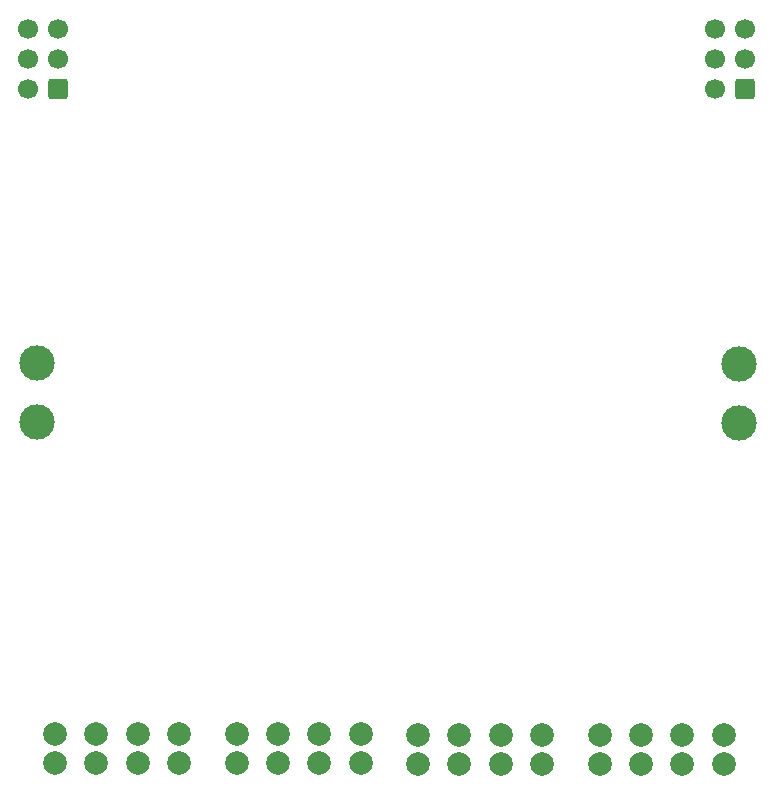
<source format=gbr>
%TF.GenerationSoftware,KiCad,Pcbnew,(6.0.9)*%
%TF.CreationDate,2023-11-09T17:58:51+05:30*%
%TF.ProjectId,Modular-I2C-4PxRJ45-Relay-Driver,4d6f6475-6c61-4722-9d49-32432d345078,2*%
%TF.SameCoordinates,Original*%
%TF.FileFunction,Soldermask,Bot*%
%TF.FilePolarity,Negative*%
%FSLAX46Y46*%
G04 Gerber Fmt 4.6, Leading zero omitted, Abs format (unit mm)*
G04 Created by KiCad (PCBNEW (6.0.9)) date 2023-11-09 17:58:51*
%MOMM*%
%LPD*%
G01*
G04 APERTURE LIST*
G04 Aperture macros list*
%AMRoundRect*
0 Rectangle with rounded corners*
0 $1 Rounding radius*
0 $2 $3 $4 $5 $6 $7 $8 $9 X,Y pos of 4 corners*
0 Add a 4 corners polygon primitive as box body*
4,1,4,$2,$3,$4,$5,$6,$7,$8,$9,$2,$3,0*
0 Add four circle primitives for the rounded corners*
1,1,$1+$1,$2,$3*
1,1,$1+$1,$4,$5*
1,1,$1+$1,$6,$7*
1,1,$1+$1,$8,$9*
0 Add four rect primitives between the rounded corners*
20,1,$1+$1,$2,$3,$4,$5,0*
20,1,$1+$1,$4,$5,$6,$7,0*
20,1,$1+$1,$6,$7,$8,$9,0*
20,1,$1+$1,$8,$9,$2,$3,0*%
G04 Aperture macros list end*
%ADD10RoundRect,0.250000X0.600000X0.600000X-0.600000X0.600000X-0.600000X-0.600000X0.600000X-0.600000X0*%
%ADD11C,1.700000*%
%ADD12C,2.000000*%
%ADD13C,3.000000*%
G04 APERTURE END LIST*
D10*
%TO.C,J1*%
X179933600Y-54864000D03*
D11*
X177393600Y-54864000D03*
X179933600Y-52324000D03*
X177393600Y-52324000D03*
X179933600Y-49784000D03*
X177393600Y-49784000D03*
%TD*%
D12*
%TO.C,J11*%
X121496000Y-109437300D03*
X121496000Y-111937300D03*
X124996000Y-109437300D03*
X124996000Y-111937300D03*
X128496000Y-109437300D03*
X128496000Y-111937300D03*
X131996000Y-109437300D03*
X131996000Y-111937300D03*
%TD*%
%TO.C,J12*%
X136888400Y-109437300D03*
X136888400Y-111937300D03*
X140388400Y-109437300D03*
X140388400Y-111937300D03*
X143888400Y-109437300D03*
X143888400Y-111937300D03*
X147388400Y-109437300D03*
X147388400Y-111937300D03*
%TD*%
D13*
%TO.C,J4*%
X179367900Y-83133800D03*
X179367900Y-78135800D03*
%TD*%
D10*
%TO.C,J2*%
X121793000Y-54864000D03*
D11*
X119253000Y-54864000D03*
X121793000Y-52324000D03*
X119253000Y-52324000D03*
X121793000Y-49784000D03*
X119253000Y-49784000D03*
%TD*%
D12*
%TO.C,J14*%
X167622400Y-109538900D03*
X167622400Y-112038900D03*
X171122400Y-109538900D03*
X171122400Y-112038900D03*
X174622400Y-109538900D03*
X174622400Y-112038900D03*
X178122400Y-109538900D03*
X178122400Y-112038900D03*
%TD*%
%TO.C,J13*%
X152230000Y-109538900D03*
X152230000Y-112038900D03*
X155730000Y-109538900D03*
X155730000Y-112038900D03*
X159230000Y-109538900D03*
X159230000Y-112038900D03*
X162730000Y-109538900D03*
X162730000Y-112038900D03*
%TD*%
D13*
%TO.C,J3*%
X119938800Y-78069800D03*
X119938800Y-83067800D03*
%TD*%
M02*

</source>
